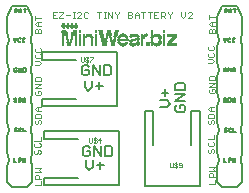
<source format=gto>
G75*
%MOIN*%
%OFA0B0*%
%FSLAX24Y24*%
%IPPOS*%
%LPD*%
%AMOC8*
5,1,8,0,0,1.08239X$1,22.5*
%
%ADD10C,0.0040*%
%ADD11C,0.0060*%
%ADD12C,0.0080*%
%ADD13C,0.0050*%
%ADD14R,0.0042X0.0007*%
%ADD15R,0.0035X0.0007*%
%ADD16R,0.0028X0.0007*%
%ADD17R,0.0099X0.0007*%
%ADD18R,0.0106X0.0007*%
%ADD19R,0.0092X0.0007*%
%ADD20R,0.0120X0.0007*%
%ADD21R,0.0113X0.0007*%
%ADD22R,0.0085X0.0007*%
%ADD23R,0.0333X0.0007*%
%ADD24R,0.0099X0.0007*%
%ADD25R,0.0106X0.0007*%
%ADD26R,0.0092X0.0007*%
%ADD27R,0.0163X0.0007*%
%ADD28R,0.0149X0.0007*%
%ADD29R,0.0092X0.0007*%
%ADD30R,0.0127X0.0007*%
%ADD31R,0.0333X0.0007*%
%ADD32R,0.0099X0.0007*%
%ADD33R,0.0106X0.0007*%
%ADD34R,0.0092X0.0007*%
%ADD35R,0.0113X0.0007*%
%ADD36R,0.0191X0.0007*%
%ADD37R,0.0177X0.0007*%
%ADD38R,0.0092X0.0007*%
%ADD39R,0.0149X0.0007*%
%ADD40R,0.0333X0.0007*%
%ADD41R,0.0120X0.0007*%
%ADD42R,0.0212X0.0007*%
%ADD43R,0.0191X0.0007*%
%ADD44R,0.0092X0.0007*%
%ADD45R,0.0177X0.0007*%
%ADD46R,0.0120X0.0007*%
%ADD47R,0.0234X0.0007*%
%ADD48R,0.0205X0.0007*%
%ADD49R,0.0099X0.0007*%
%ADD50R,0.0120X0.0007*%
%ADD51R,0.0092X0.0007*%
%ADD52R,0.0113X0.0007*%
%ADD53R,0.0120X0.0007*%
%ADD54R,0.0255X0.0007*%
%ADD55R,0.0220X0.0007*%
%ADD56R,0.0092X0.0007*%
%ADD57R,0.0106X0.0007*%
%ADD58R,0.0198X0.0007*%
%ADD59R,0.0333X0.0007*%
%ADD60R,0.0135X0.0007*%
%ADD61R,0.0127X0.0007*%
%ADD62R,0.0269X0.0007*%
%ADD63R,0.0326X0.0007*%
%ADD64R,0.0212X0.0007*%
%ADD65R,0.0135X0.0007*%
%ADD66R,0.0127X0.0007*%
%ADD67R,0.0127X0.0007*%
%ADD68R,0.0283X0.0007*%
%ADD69R,0.0333X0.0007*%
%ADD70R,0.0227X0.0007*%
%ADD71R,0.0135X0.0007*%
%ADD72R,0.0127X0.0007*%
%ADD73R,0.0290X0.0007*%
%ADD74R,0.0333X0.0007*%
%ADD75R,0.0135X0.0007*%
%ADD76R,0.0297X0.0007*%
%ADD77R,0.0340X0.0007*%
%ADD78R,0.0149X0.0007*%
%ADD79R,0.0135X0.0007*%
%ADD80R,0.0142X0.0007*%
%ADD81R,0.0312X0.0007*%
%ADD82R,0.0156X0.0007*%
%ADD83R,0.0340X0.0007*%
%ADD84R,0.0142X0.0007*%
%ADD85R,0.0120X0.0007*%
%ADD86R,0.0142X0.0007*%
%ADD87R,0.0326X0.0007*%
%ADD88R,0.0149X0.0007*%
%ADD89R,0.0142X0.0007*%
%ADD90R,0.0106X0.0007*%
%ADD91R,0.0127X0.0007*%
%ADD92R,0.0135X0.0007*%
%ADD93R,0.0113X0.0007*%
%ADD94R,0.0163X0.0007*%
%ADD95R,0.0163X0.0007*%
%ADD96R,0.0156X0.0007*%
%ADD97R,0.0113X0.0007*%
%ADD98R,0.0120X0.0007*%
%ADD99R,0.0163X0.0007*%
%ADD100R,0.0163X0.0007*%
%ADD101R,0.0085X0.0007*%
%ADD102R,0.0170X0.0007*%
%ADD103R,0.0177X0.0007*%
%ADD104R,0.0085X0.0007*%
%ADD105R,0.0078X0.0007*%
%ADD106R,0.0177X0.0007*%
%ADD107R,0.0106X0.0007*%
%ADD108R,0.0113X0.0007*%
%ADD109R,0.0085X0.0007*%
%ADD110R,0.0177X0.0007*%
%ADD111R,0.0085X0.0007*%
%ADD112R,0.0177X0.0007*%
%ADD113R,0.0177X0.0007*%
%ADD114R,0.0099X0.0007*%
%ADD115R,0.0184X0.0007*%
%ADD116R,0.0099X0.0007*%
%ADD117R,0.0368X0.0007*%
%ADD118R,0.0191X0.0007*%
%ADD119R,0.0368X0.0007*%
%ADD120R,0.0163X0.0007*%
%ADD121R,0.0184X0.0007*%
%ADD122R,0.0368X0.0007*%
%ADD123R,0.0290X0.0007*%
%ADD124R,0.0113X0.0007*%
%ADD125R,0.0085X0.0007*%
%ADD126R,0.0368X0.0007*%
%ADD127R,0.0276X0.0007*%
%ADD128R,0.0361X0.0007*%
%ADD129R,0.0255X0.0007*%
%ADD130R,0.0085X0.0007*%
%ADD131R,0.0361X0.0007*%
%ADD132R,0.0220X0.0007*%
%ADD133R,0.0361X0.0007*%
%ADD134R,0.0099X0.0007*%
%ADD135R,0.0106X0.0007*%
%ADD136R,0.0106X0.0007*%
%ADD137R,0.0120X0.0007*%
%ADD138R,0.0219X0.0007*%
%ADD139R,0.0142X0.0007*%
%ADD140R,0.0219X0.0007*%
%ADD141R,0.0312X0.0007*%
%ADD142R,0.0219X0.0007*%
%ADD143R,0.0347X0.0007*%
%ADD144R,0.0312X0.0007*%
%ADD145R,0.0304X0.0007*%
%ADD146R,0.0340X0.0007*%
%ADD147R,0.0312X0.0007*%
%ADD148R,0.0234X0.0007*%
%ADD149R,0.0297X0.0007*%
%ADD150R,0.0219X0.0007*%
%ADD151R,0.0312X0.0007*%
%ADD152R,0.0227X0.0007*%
%ADD153R,0.0283X0.0007*%
%ADD154R,0.0290X0.0007*%
%ADD155R,0.0269X0.0007*%
%ADD156R,0.0205X0.0007*%
%ADD157R,0.0184X0.0007*%
%ADD158R,0.0255X0.0007*%
%ADD159R,0.0198X0.0007*%
%ADD160R,0.0191X0.0007*%
%ADD161R,0.0184X0.0007*%
%ADD162R,0.0241X0.0007*%
%ADD163R,0.0255X0.0007*%
%ADD164R,0.0191X0.0007*%
%ADD165R,0.0198X0.0007*%
%ADD166R,0.0184X0.0007*%
%ADD167R,0.0234X0.0007*%
%ADD168R,0.0212X0.0007*%
%ADD169R,0.0184X0.0007*%
%ADD170R,0.0170X0.0007*%
%ADD171R,0.0170X0.0007*%
%ADD172R,0.0156X0.0007*%
%ADD173R,0.0035X0.0007*%
%ADD174R,0.0170X0.0007*%
%ADD175R,0.0042X0.0007*%
%ADD176R,0.0064X0.0007*%
%ADD177R,0.0028X0.0007*%
%ADD178R,0.0035X0.0007*%
%ADD179R,0.0156X0.0007*%
%ADD180R,0.0177X0.0007*%
%ADD181R,0.0170X0.0007*%
%ADD182R,0.0028X0.0007*%
%ADD183R,0.0028X0.0007*%
%ADD184R,0.0057X0.0007*%
%ADD185R,0.0057X0.0007*%
%ADD186R,0.0042X0.0007*%
%ADD187R,0.0043X0.0007*%
%ADD188R,0.0050X0.0007*%
%ADD189R,0.0050X0.0007*%
%ADD190R,0.0043X0.0007*%
%ADD191R,0.0043X0.0007*%
%ADD192R,0.0035X0.0007*%
%ADD193R,0.0035X0.0007*%
%ADD194R,0.0078X0.0007*%
%ADD195R,0.0064X0.0007*%
%ADD196C,0.0010*%
D10*
X002266Y000661D02*
X002467Y000661D01*
X002467Y000795D01*
X002467Y000882D02*
X002266Y000882D01*
X002266Y000982D01*
X002300Y001016D01*
X002366Y001016D01*
X002400Y000982D01*
X002400Y000882D01*
X002467Y001103D02*
X002266Y001103D01*
X002400Y001170D02*
X002467Y001237D01*
X002266Y001237D01*
X002400Y001170D02*
X002467Y001103D01*
X002429Y001716D02*
X002463Y001750D01*
X002463Y001817D01*
X002429Y001850D01*
X002396Y001850D01*
X002363Y001817D01*
X002363Y001750D01*
X002329Y001716D01*
X002296Y001716D01*
X002262Y001750D01*
X002262Y001817D01*
X002296Y001850D01*
X002296Y001937D02*
X002429Y001937D01*
X002463Y001971D01*
X002463Y002038D01*
X002429Y002071D01*
X002463Y002158D02*
X002262Y002158D01*
X002296Y002071D02*
X002262Y002038D01*
X002262Y001971D01*
X002296Y001937D01*
X002463Y002158D02*
X002463Y002292D01*
X002437Y002697D02*
X002470Y002730D01*
X002470Y002797D01*
X002437Y002830D01*
X002404Y002830D01*
X002370Y002797D01*
X002370Y002730D01*
X002337Y002697D01*
X002304Y002697D01*
X002270Y002730D01*
X002270Y002797D01*
X002304Y002830D01*
X002270Y002918D02*
X002270Y003018D01*
X002304Y003051D01*
X002437Y003051D01*
X002470Y003018D01*
X002470Y002918D01*
X002270Y002918D01*
X002337Y003139D02*
X002270Y003205D01*
X002337Y003272D01*
X002470Y003272D01*
X002370Y003272D02*
X002370Y003139D01*
X002337Y003139D02*
X002470Y003139D01*
X002445Y003685D02*
X002312Y003685D01*
X002278Y003718D01*
X002278Y003785D01*
X002312Y003818D01*
X002378Y003818D02*
X002378Y003752D01*
X002378Y003818D02*
X002445Y003818D01*
X002478Y003785D01*
X002478Y003718D01*
X002445Y003685D01*
X002478Y003906D02*
X002278Y003906D01*
X002478Y004039D01*
X002278Y004039D01*
X002278Y004127D02*
X002278Y004227D01*
X002312Y004260D01*
X002445Y004260D01*
X002478Y004227D01*
X002478Y004127D01*
X002278Y004127D01*
X002282Y004677D02*
X002416Y004677D01*
X002482Y004744D01*
X002416Y004811D01*
X002282Y004811D01*
X002315Y004898D02*
X002449Y004898D01*
X002482Y004931D01*
X002482Y004998D01*
X002449Y005032D01*
X002449Y005119D02*
X002315Y005119D01*
X002282Y005152D01*
X002282Y005219D01*
X002315Y005253D01*
X002449Y005253D02*
X002482Y005219D01*
X002482Y005152D01*
X002449Y005119D01*
X002315Y005032D02*
X002282Y004998D01*
X002282Y004931D01*
X002315Y004898D01*
X002286Y005746D02*
X002286Y005846D01*
X002319Y005879D01*
X002353Y005879D01*
X002386Y005846D01*
X002386Y005746D01*
X002486Y005746D02*
X002286Y005746D01*
X002386Y005846D02*
X002419Y005879D01*
X002453Y005879D01*
X002486Y005846D01*
X002486Y005746D01*
X002486Y005967D02*
X002353Y005967D01*
X002286Y006034D01*
X002353Y006100D01*
X002486Y006100D01*
X002386Y006100D02*
X002386Y005967D01*
X002286Y006188D02*
X002286Y006321D01*
X002286Y006255D02*
X002486Y006255D01*
X002872Y006235D02*
X002872Y006435D01*
X003005Y006435D01*
X003093Y006435D02*
X003226Y006435D01*
X003226Y006402D01*
X003093Y006268D01*
X003093Y006235D01*
X003226Y006235D01*
X003314Y006335D02*
X003447Y006335D01*
X003535Y006235D02*
X003602Y006235D01*
X003568Y006235D02*
X003568Y006435D01*
X003535Y006435D02*
X003602Y006435D01*
X003682Y006402D02*
X003715Y006435D01*
X003782Y006435D01*
X003816Y006402D01*
X003816Y006368D01*
X003682Y006235D01*
X003816Y006235D01*
X003903Y006268D02*
X003936Y006235D01*
X004003Y006235D01*
X004037Y006268D01*
X003903Y006268D02*
X003903Y006402D01*
X003936Y006435D01*
X004003Y006435D01*
X004037Y006402D01*
X004345Y006435D02*
X004479Y006435D01*
X004412Y006435D02*
X004412Y006235D01*
X004566Y006235D02*
X004633Y006235D01*
X004599Y006235D02*
X004599Y006435D01*
X004566Y006435D02*
X004633Y006435D01*
X004713Y006435D02*
X004847Y006235D01*
X004847Y006435D01*
X004934Y006435D02*
X004934Y006402D01*
X005001Y006335D01*
X005001Y006235D01*
X005001Y006335D02*
X005068Y006402D01*
X005068Y006435D01*
X005376Y006435D02*
X005376Y006235D01*
X005476Y006235D01*
X005510Y006268D01*
X005510Y006302D01*
X005476Y006335D01*
X005376Y006335D01*
X005476Y006335D02*
X005510Y006368D01*
X005510Y006402D01*
X005476Y006435D01*
X005376Y006435D01*
X005597Y006368D02*
X005664Y006435D01*
X005731Y006368D01*
X005731Y006235D01*
X005731Y006335D02*
X005597Y006335D01*
X005597Y006368D02*
X005597Y006235D01*
X005885Y006235D02*
X005885Y006435D01*
X005818Y006435D02*
X005952Y006435D01*
X006039Y006435D02*
X006173Y006435D01*
X006106Y006435D02*
X006106Y006235D01*
X006260Y006235D02*
X006394Y006235D01*
X006481Y006235D02*
X006481Y006435D01*
X006581Y006435D01*
X006615Y006402D01*
X006615Y006335D01*
X006581Y006302D01*
X006481Y006302D01*
X006548Y006302D02*
X006615Y006235D01*
X006769Y006235D02*
X006769Y006335D01*
X006836Y006402D01*
X006836Y006435D01*
X006769Y006335D02*
X006702Y006402D01*
X006702Y006435D01*
X006394Y006435D02*
X006260Y006435D01*
X006260Y006235D01*
X006260Y006335D02*
X006327Y006335D01*
X007144Y006302D02*
X007211Y006235D01*
X007278Y006302D01*
X007278Y006435D01*
X007365Y006402D02*
X007399Y006435D01*
X007465Y006435D01*
X007499Y006402D01*
X007499Y006368D01*
X007365Y006235D01*
X007499Y006235D01*
X007144Y006302D02*
X007144Y006435D01*
X008073Y006327D02*
X008073Y006194D01*
X008073Y006261D02*
X008274Y006261D01*
X008274Y006106D02*
X008140Y006106D01*
X008073Y006040D01*
X008140Y005973D01*
X008274Y005973D01*
X008174Y005973D02*
X008174Y006106D01*
X008207Y005885D02*
X008240Y005885D01*
X008274Y005852D01*
X008274Y005752D01*
X008073Y005752D01*
X008073Y005852D01*
X008107Y005885D01*
X008140Y005885D01*
X008174Y005852D01*
X008174Y005752D01*
X008174Y005852D02*
X008207Y005885D01*
X008217Y005308D02*
X008250Y005274D01*
X008250Y005208D01*
X008217Y005174D01*
X008083Y005174D01*
X008050Y005208D01*
X008050Y005274D01*
X008083Y005308D01*
X008083Y005087D02*
X008050Y005053D01*
X008050Y004987D01*
X008083Y004953D01*
X008217Y004953D01*
X008250Y004987D01*
X008250Y005053D01*
X008217Y005087D01*
X008183Y004866D02*
X008050Y004866D01*
X008183Y004866D02*
X008250Y004799D01*
X008183Y004732D01*
X008050Y004732D01*
X008099Y004308D02*
X008066Y004274D01*
X008066Y004174D01*
X008266Y004174D01*
X008266Y004274D01*
X008232Y004308D01*
X008099Y004308D01*
X008066Y004087D02*
X008266Y004087D01*
X008066Y003953D01*
X008266Y003953D01*
X008232Y003866D02*
X008166Y003866D01*
X008166Y003799D01*
X008232Y003866D02*
X008266Y003832D01*
X008266Y003766D01*
X008232Y003732D01*
X008099Y003732D01*
X008066Y003766D01*
X008066Y003832D01*
X008099Y003866D01*
X008113Y003280D02*
X008246Y003280D01*
X008146Y003280D02*
X008146Y003147D01*
X008113Y003147D02*
X008046Y003213D01*
X008113Y003280D01*
X008113Y003147D02*
X008246Y003147D01*
X008213Y003059D02*
X008079Y003059D01*
X008046Y003026D01*
X008046Y002926D01*
X008246Y002926D01*
X008246Y003026D01*
X008213Y003059D01*
X008213Y002838D02*
X008246Y002805D01*
X008246Y002738D01*
X008213Y002705D01*
X008146Y002738D02*
X008146Y002805D01*
X008179Y002838D01*
X008213Y002838D01*
X008146Y002738D02*
X008113Y002705D01*
X008079Y002705D01*
X008046Y002738D01*
X008046Y002805D01*
X008079Y002838D01*
X008262Y002331D02*
X008262Y002198D01*
X008062Y002198D01*
X008095Y002110D02*
X008062Y002077D01*
X008062Y002010D01*
X008095Y001977D01*
X008228Y001977D01*
X008262Y002010D01*
X008262Y002077D01*
X008228Y002110D01*
X008228Y001889D02*
X008262Y001856D01*
X008262Y001789D01*
X008228Y001756D01*
X008162Y001789D02*
X008162Y001856D01*
X008195Y001889D01*
X008228Y001889D01*
X008095Y001889D02*
X008062Y001856D01*
X008062Y001789D01*
X008095Y001756D01*
X008128Y001756D01*
X008162Y001789D01*
X008066Y001292D02*
X008266Y001292D01*
X008199Y001225D01*
X008266Y001158D01*
X008066Y001158D01*
X008099Y001071D02*
X008166Y001071D01*
X008199Y001038D01*
X008199Y000937D01*
X008266Y000937D02*
X008066Y000937D01*
X008066Y001038D01*
X008099Y001071D01*
X008266Y000850D02*
X008266Y000716D01*
X008066Y000716D01*
X004713Y006235D02*
X004713Y006435D01*
X003005Y006235D02*
X002872Y006235D01*
X002872Y006335D02*
X002939Y006335D01*
D11*
X003905Y004671D02*
X003848Y004614D01*
X003848Y004387D01*
X003905Y004330D01*
X004018Y004330D01*
X004075Y004387D01*
X004075Y004501D01*
X003961Y004501D01*
X004075Y004614D02*
X004018Y004671D01*
X003905Y004671D01*
X004216Y004671D02*
X004443Y004330D01*
X004443Y004671D01*
X004585Y004671D02*
X004755Y004671D01*
X004811Y004614D01*
X004811Y004387D01*
X004755Y004330D01*
X004585Y004330D01*
X004585Y004671D01*
X004216Y004671D02*
X004216Y004330D01*
X004165Y004159D02*
X004165Y003932D01*
X004051Y003819D01*
X003938Y003932D01*
X003938Y004159D01*
X004306Y003989D02*
X004533Y003989D01*
X004419Y004102D02*
X004419Y003875D01*
X006440Y003503D02*
X006667Y003503D01*
X006781Y003390D01*
X006667Y003276D01*
X006440Y003276D01*
X006952Y003290D02*
X006952Y003176D01*
X007009Y003120D01*
X007236Y003120D01*
X007292Y003176D01*
X007292Y003290D01*
X007236Y003347D01*
X007122Y003347D01*
X007122Y003233D01*
X007009Y003347D02*
X006952Y003290D01*
X006952Y003488D02*
X007292Y003715D01*
X006952Y003715D01*
X006952Y003856D02*
X006952Y004026D01*
X007009Y004083D01*
X007236Y004083D01*
X007292Y004026D01*
X007292Y003856D01*
X006952Y003856D01*
X006724Y003758D02*
X006497Y003758D01*
X006610Y003645D02*
X006610Y003871D01*
X006952Y003488D02*
X007292Y003488D01*
X004855Y001917D02*
X004798Y001974D01*
X004628Y001974D01*
X004628Y001634D01*
X004798Y001634D01*
X004855Y001690D01*
X004855Y001917D01*
X004486Y001974D02*
X004486Y001634D01*
X004260Y001974D01*
X004260Y001634D01*
X004118Y001690D02*
X004118Y001804D01*
X004005Y001804D01*
X003891Y001917D02*
X003891Y001690D01*
X003948Y001634D01*
X004061Y001634D01*
X004118Y001690D01*
X004200Y001509D02*
X004200Y001282D01*
X004087Y001169D01*
X003973Y001282D01*
X003973Y001509D01*
X004341Y001339D02*
X004568Y001339D01*
X004455Y001226D02*
X004455Y001453D01*
X004118Y001917D02*
X004061Y001974D01*
X003948Y001974D01*
X003891Y001917D01*
D12*
X001522Y000603D02*
X001351Y000774D01*
X001351Y001274D01*
X001404Y001524D01*
X001351Y001774D01*
X001351Y002274D01*
X001404Y002524D01*
X001351Y002774D01*
X001351Y003274D01*
X001404Y003524D01*
X001351Y003774D01*
X001351Y004274D01*
X001404Y004524D01*
X001351Y004774D01*
X001351Y005274D01*
X001404Y005524D01*
X001351Y005774D01*
X001351Y006274D01*
X001522Y006642D01*
X002022Y006642D01*
X002193Y006274D01*
X002193Y005774D01*
X002140Y005524D01*
X002193Y005274D01*
X002193Y004774D01*
X002140Y004524D01*
X002193Y004274D01*
X002193Y003774D01*
X002140Y003524D01*
X002193Y003274D01*
X002193Y002774D01*
X002140Y002524D01*
X002193Y002274D01*
X002193Y001774D01*
X002140Y001524D01*
X002193Y001274D01*
X002193Y000774D01*
X002022Y000603D01*
X001522Y000603D01*
X002575Y000662D02*
X002575Y000918D01*
X003697Y000918D01*
X002575Y000662D02*
X005075Y000662D01*
X005075Y002493D01*
X002575Y002493D01*
X002575Y002197D01*
X003697Y002197D01*
X002512Y003296D02*
X002512Y003552D01*
X003634Y003552D01*
X002512Y003296D02*
X005012Y003296D01*
X005012Y005126D01*
X002512Y005126D01*
X002512Y004831D01*
X003634Y004831D01*
X005941Y003138D02*
X006197Y003138D01*
X006197Y002016D01*
X007477Y002016D02*
X007477Y003138D01*
X007772Y003138D01*
X007772Y000638D01*
X005941Y000638D01*
X005941Y003138D01*
X008351Y003274D02*
X008351Y002774D01*
X008404Y002524D01*
X008351Y002274D01*
X008351Y001774D01*
X008404Y001524D01*
X008351Y001274D01*
X008351Y000774D01*
X008522Y000603D01*
X009022Y000603D01*
X009193Y000774D01*
X009193Y001274D01*
X009140Y001524D01*
X009193Y001774D01*
X009193Y002274D01*
X009140Y002524D01*
X009193Y002774D01*
X009193Y003274D01*
X009140Y003524D01*
X009193Y003774D01*
X009193Y004274D01*
X009140Y004524D01*
X009193Y004774D01*
X009193Y005274D01*
X009140Y005524D01*
X009193Y005774D01*
X009193Y006274D01*
X009022Y006642D01*
X008522Y006642D01*
X008351Y006274D01*
X008351Y005774D01*
X008404Y005524D01*
X008351Y005274D01*
X008351Y004774D01*
X008404Y004524D01*
X008351Y004274D01*
X008351Y003774D01*
X008404Y003524D01*
X008351Y003274D01*
D13*
X008576Y003476D02*
X008594Y003457D01*
X008631Y003457D01*
X008649Y003476D01*
X008649Y003494D01*
X008631Y003512D01*
X008594Y003512D01*
X008576Y003531D01*
X008576Y003549D01*
X008594Y003567D01*
X008631Y003567D01*
X008649Y003549D01*
X008723Y003567D02*
X008723Y003457D01*
X008778Y003457D01*
X008797Y003476D01*
X008797Y003549D01*
X008778Y003567D01*
X008723Y003567D01*
X008871Y003531D02*
X008907Y003567D01*
X008944Y003531D01*
X008944Y003457D01*
X008944Y003512D02*
X008871Y003512D01*
X008871Y003531D02*
X008871Y003457D01*
X008894Y002563D02*
X008894Y002453D01*
X008968Y002453D01*
X008820Y002472D02*
X008802Y002453D01*
X008765Y002453D01*
X008747Y002472D01*
X008747Y002545D01*
X008765Y002563D01*
X008802Y002563D01*
X008820Y002545D01*
X008673Y002545D02*
X008655Y002563D01*
X008618Y002563D01*
X008600Y002545D01*
X008600Y002527D01*
X008618Y002508D01*
X008655Y002508D01*
X008673Y002490D01*
X008673Y002472D01*
X008655Y002453D01*
X008618Y002453D01*
X008600Y002472D01*
X008588Y001567D02*
X008588Y001457D01*
X008661Y001457D01*
X008735Y001457D02*
X008735Y001567D01*
X008790Y001567D01*
X008809Y001549D01*
X008809Y001512D01*
X008790Y001494D01*
X008735Y001494D01*
X008883Y001457D02*
X008883Y001567D01*
X008956Y001567D02*
X008956Y001457D01*
X008919Y001494D01*
X008883Y001457D01*
X008875Y004461D02*
X008930Y004461D01*
X008948Y004479D01*
X008948Y004553D01*
X008930Y004571D01*
X008875Y004571D01*
X008875Y004461D01*
X008801Y004461D02*
X008801Y004571D01*
X008727Y004571D02*
X008801Y004461D01*
X008727Y004461D02*
X008727Y004571D01*
X008653Y004553D02*
X008635Y004571D01*
X008598Y004571D01*
X008580Y004553D01*
X008580Y004479D01*
X008598Y004461D01*
X008635Y004461D01*
X008653Y004479D01*
X008653Y004516D01*
X008617Y004516D01*
X008609Y005457D02*
X008572Y005494D01*
X008572Y005567D01*
X008646Y005567D02*
X008646Y005494D01*
X008609Y005457D01*
X008719Y005476D02*
X008719Y005549D01*
X008738Y005567D01*
X008774Y005567D01*
X008793Y005549D01*
X008793Y005476D02*
X008774Y005457D01*
X008738Y005457D01*
X008719Y005476D01*
X008867Y005476D02*
X008867Y005549D01*
X008885Y005567D01*
X008922Y005567D01*
X008940Y005549D01*
X008940Y005476D02*
X008922Y005457D01*
X008885Y005457D01*
X008867Y005476D01*
X008820Y006441D02*
X008820Y006515D01*
X008784Y006552D01*
X008747Y006515D01*
X008747Y006441D01*
X008747Y006497D02*
X008820Y006497D01*
X008894Y006552D02*
X008968Y006552D01*
X008931Y006552D02*
X008931Y006441D01*
X008673Y006460D02*
X008655Y006441D01*
X008600Y006441D01*
X008600Y006552D01*
X008655Y006552D01*
X008673Y006533D01*
X008673Y006515D01*
X008655Y006497D01*
X008600Y006497D01*
X008655Y006497D02*
X008673Y006478D01*
X008673Y006460D01*
X001974Y006552D02*
X001900Y006552D01*
X001937Y006552D02*
X001937Y006441D01*
X001826Y006441D02*
X001826Y006515D01*
X001790Y006552D01*
X001753Y006515D01*
X001753Y006441D01*
X001753Y006497D02*
X001826Y006497D01*
X001679Y006515D02*
X001661Y006497D01*
X001606Y006497D01*
X001606Y006552D02*
X001661Y006552D01*
X001679Y006533D01*
X001679Y006515D01*
X001661Y006497D02*
X001679Y006478D01*
X001679Y006460D01*
X001661Y006441D01*
X001606Y006441D01*
X001606Y006552D01*
X001576Y005567D02*
X001576Y005494D01*
X001613Y005457D01*
X001649Y005494D01*
X001649Y005567D01*
X001723Y005549D02*
X001723Y005476D01*
X001742Y005457D01*
X001778Y005457D01*
X001797Y005476D01*
X001797Y005549D02*
X001778Y005567D01*
X001742Y005567D01*
X001723Y005549D01*
X001871Y005549D02*
X001871Y005476D01*
X001889Y005457D01*
X001926Y005457D01*
X001944Y005476D01*
X001944Y005549D02*
X001926Y005567D01*
X001889Y005567D01*
X001871Y005549D01*
X001890Y004563D02*
X001945Y004563D01*
X001964Y004545D01*
X001964Y004472D01*
X001945Y004453D01*
X001890Y004453D01*
X001890Y004563D01*
X001816Y004563D02*
X001816Y004453D01*
X001743Y004563D01*
X001743Y004453D01*
X001669Y004472D02*
X001669Y004508D01*
X001632Y004508D01*
X001596Y004472D02*
X001614Y004453D01*
X001651Y004453D01*
X001669Y004472D01*
X001669Y004545D02*
X001651Y004563D01*
X001614Y004563D01*
X001596Y004545D01*
X001596Y004472D01*
X001602Y003567D02*
X001584Y003549D01*
X001584Y003531D01*
X001602Y003512D01*
X001639Y003512D01*
X001657Y003494D01*
X001657Y003476D01*
X001639Y003457D01*
X001602Y003457D01*
X001584Y003476D01*
X001602Y003567D02*
X001639Y003567D01*
X001657Y003549D01*
X001731Y003567D02*
X001731Y003457D01*
X001786Y003457D01*
X001805Y003476D01*
X001805Y003549D01*
X001786Y003567D01*
X001731Y003567D01*
X001879Y003531D02*
X001915Y003567D01*
X001952Y003531D01*
X001952Y003457D01*
X001952Y003512D02*
X001879Y003512D01*
X001879Y003531D02*
X001879Y003457D01*
X001894Y002571D02*
X001894Y002461D01*
X001968Y002461D01*
X001820Y002479D02*
X001802Y002461D01*
X001765Y002461D01*
X001747Y002479D01*
X001747Y002553D01*
X001765Y002571D01*
X001802Y002571D01*
X001820Y002553D01*
X001673Y002553D02*
X001655Y002571D01*
X001618Y002571D01*
X001600Y002553D01*
X001600Y002535D01*
X001618Y002516D01*
X001655Y002516D01*
X001673Y002498D01*
X001673Y002479D01*
X001655Y002461D01*
X001618Y002461D01*
X001600Y002479D01*
X001588Y001563D02*
X001588Y001453D01*
X001661Y001453D01*
X001735Y001453D02*
X001735Y001563D01*
X001790Y001563D01*
X001809Y001545D01*
X001809Y001508D01*
X001790Y001490D01*
X001735Y001490D01*
X001883Y001453D02*
X001883Y001563D01*
X001956Y001563D02*
X001956Y001453D01*
X001919Y001490D01*
X001883Y001453D01*
D14*
X005216Y005292D03*
X003679Y005943D03*
X003665Y005986D03*
X003594Y005943D03*
X003594Y005936D03*
X003545Y005943D03*
X003530Y005986D03*
X003460Y005943D03*
X003460Y005936D03*
X003410Y005943D03*
X003396Y005986D03*
X003368Y005886D03*
X003233Y005886D03*
X003190Y005936D03*
X003190Y005943D03*
X003261Y005986D03*
X003502Y005886D03*
X003637Y005886D03*
D15*
X003229Y006035D03*
X005545Y005292D03*
D16*
X006016Y005695D03*
X006342Y005292D03*
D17*
X006342Y005299D03*
X006455Y005447D03*
X006455Y005462D03*
X006455Y005497D03*
X006455Y005511D03*
X006448Y005561D03*
X006596Y005561D03*
X006596Y005547D03*
X006596Y005511D03*
X006596Y005497D03*
X006596Y005462D03*
X006596Y005447D03*
X006596Y005412D03*
X006596Y005398D03*
X006596Y005370D03*
X006596Y005348D03*
X006596Y005320D03*
X006596Y005299D03*
X006596Y005589D03*
X006596Y005610D03*
X006596Y005639D03*
X006596Y005660D03*
X006596Y005738D03*
X006596Y005766D03*
X006596Y005787D03*
X006596Y005816D03*
X006186Y005547D03*
X005860Y005511D03*
X005860Y005497D03*
X005860Y005462D03*
X005860Y005447D03*
X005860Y005412D03*
X005860Y005398D03*
X005860Y005370D03*
X005860Y005348D03*
X005860Y005320D03*
X005860Y005299D03*
X005711Y005447D03*
X005711Y005462D03*
X005711Y005561D03*
X005711Y005589D03*
X005485Y005589D03*
X005336Y005547D03*
X005322Y005589D03*
X005478Y005447D03*
X005336Y005412D03*
X005329Y005398D03*
X005088Y005412D03*
X005081Y005547D03*
X005081Y005561D03*
X004954Y005589D03*
X004947Y005561D03*
X004939Y005547D03*
X004932Y005511D03*
X004925Y005497D03*
X004805Y005547D03*
X004791Y005610D03*
X004543Y005497D03*
X004600Y005299D03*
X004869Y005299D03*
X004175Y005299D03*
X004175Y005320D03*
X004175Y005348D03*
X004175Y005370D03*
X004175Y005398D03*
X004175Y005412D03*
X004175Y005447D03*
X004175Y005462D03*
X004175Y005497D03*
X004175Y005511D03*
X004175Y005547D03*
X004175Y005561D03*
X003927Y005561D03*
X003927Y005547D03*
X003778Y005547D03*
X003778Y005561D03*
X003778Y005589D03*
X003778Y005610D03*
X003778Y005639D03*
X003778Y005660D03*
X003778Y005738D03*
X003778Y005766D03*
X003778Y005787D03*
X003778Y005816D03*
X003630Y005639D03*
X003630Y005610D03*
X003630Y005589D03*
X003630Y005561D03*
X003630Y005547D03*
X003630Y005511D03*
X003630Y005497D03*
X003630Y005462D03*
X003630Y005447D03*
X003630Y005412D03*
X003630Y005398D03*
X003630Y005370D03*
X003630Y005348D03*
X003630Y005320D03*
X003630Y005299D03*
X003778Y005299D03*
X003778Y005320D03*
X003778Y005348D03*
X003778Y005370D03*
X003778Y005398D03*
X003778Y005412D03*
X003778Y005447D03*
X003778Y005462D03*
X003778Y005497D03*
X003778Y005511D03*
X003226Y005511D03*
X003226Y005497D03*
X003226Y005462D03*
X003226Y005447D03*
X003226Y005412D03*
X003226Y005398D03*
X003226Y005370D03*
X003226Y005348D03*
X003226Y005320D03*
X003226Y005299D03*
X003226Y005547D03*
X003226Y005561D03*
X003226Y005589D03*
X003226Y005610D03*
X003226Y005639D03*
D18*
X003428Y005299D03*
X004164Y005589D03*
X004497Y005660D03*
X004504Y005639D03*
X004511Y005610D03*
X004518Y005589D03*
X004525Y005561D03*
X004539Y005511D03*
X004490Y005688D03*
X004957Y005610D03*
X004964Y005639D03*
X004971Y005660D03*
X004993Y005738D03*
X005000Y005766D03*
X005007Y005787D03*
X005014Y005816D03*
X005092Y005589D03*
X005092Y005398D03*
X005708Y005412D03*
X005708Y005547D03*
X005977Y005660D03*
X006189Y005561D03*
X006189Y005412D03*
X006041Y005398D03*
X006041Y005370D03*
X006041Y005348D03*
X006041Y005320D03*
X006041Y005299D03*
X006444Y005412D03*
D19*
X006182Y005447D03*
X006182Y005462D03*
X006182Y005497D03*
X006182Y005511D03*
X006182Y005639D03*
X006182Y005660D03*
X006182Y005688D03*
X006182Y005738D03*
X006182Y005766D03*
X006182Y005787D03*
X006182Y005816D03*
X005856Y005660D03*
X005856Y005639D03*
X005474Y005561D03*
X005332Y005561D03*
X005078Y005447D03*
X004816Y005497D03*
X004816Y005511D03*
X004801Y005561D03*
X004794Y005589D03*
X004674Y005589D03*
X004667Y005561D03*
X004653Y005497D03*
X004320Y005497D03*
X004320Y005511D03*
X004320Y005547D03*
X004320Y005561D03*
X004320Y005589D03*
X004320Y005610D03*
X004320Y005639D03*
X004320Y005660D03*
X004320Y005738D03*
X004320Y005766D03*
X004320Y005787D03*
X004320Y005816D03*
X003923Y005660D03*
X003923Y005639D03*
X003923Y005511D03*
X003923Y005497D03*
X003923Y005462D03*
X003923Y005447D03*
X003923Y005412D03*
X003923Y005398D03*
X003923Y005370D03*
X003923Y005348D03*
X003923Y005320D03*
X003923Y005299D03*
X004320Y005299D03*
X004320Y005320D03*
X004320Y005348D03*
X004320Y005370D03*
X004320Y005398D03*
X004320Y005412D03*
X004320Y005447D03*
X004320Y005462D03*
X003633Y005915D03*
X003364Y005915D03*
X003229Y005915D03*
X003329Y005639D03*
X003336Y005610D03*
X003343Y005589D03*
X003364Y005511D03*
X003364Y005497D03*
X003378Y005447D03*
X003491Y005497D03*
X003520Y005610D03*
X003527Y005639D03*
X006182Y005348D03*
X006182Y005320D03*
X006182Y005299D03*
D20*
X006196Y005398D03*
X006196Y005589D03*
X005970Y005639D03*
X005212Y005688D03*
X005113Y005610D03*
X005212Y005299D03*
X006897Y005547D03*
D21*
X006866Y005511D03*
X006809Y005447D03*
X006766Y005398D03*
X006434Y005398D03*
X006434Y005589D03*
X005704Y005398D03*
X005541Y005299D03*
X005478Y005370D03*
X005492Y005462D03*
X005499Y005610D03*
X004869Y005320D03*
X004600Y005320D03*
X004472Y005766D03*
X004465Y005787D03*
X004458Y005816D03*
X003934Y005589D03*
D22*
X003502Y005547D03*
X003495Y005511D03*
X003353Y005547D03*
X005718Y005299D03*
D23*
X006848Y005299D03*
X006848Y005320D03*
X006848Y005348D03*
X006848Y005370D03*
D24*
X006596Y005355D03*
X006596Y005306D03*
X006596Y005405D03*
X006596Y005455D03*
X006596Y005504D03*
X006596Y005554D03*
X006596Y005603D03*
X006596Y005653D03*
X006448Y005554D03*
X006455Y005504D03*
X006455Y005455D03*
X006186Y005554D03*
X005860Y005504D03*
X005860Y005455D03*
X005860Y005405D03*
X005860Y005355D03*
X005860Y005306D03*
X005711Y005455D03*
X005711Y005554D03*
X005492Y005603D03*
X005336Y005554D03*
X005329Y005405D03*
X005088Y005405D03*
X005081Y005554D03*
X004968Y005653D03*
X004954Y005603D03*
X004939Y005554D03*
X004869Y005306D03*
X004600Y005306D03*
X004543Y005504D03*
X004529Y005554D03*
X004515Y005603D03*
X004175Y005554D03*
X004175Y005504D03*
X004175Y005455D03*
X004175Y005405D03*
X004175Y005355D03*
X004175Y005306D03*
X003927Y005554D03*
X003778Y005554D03*
X003778Y005603D03*
X003778Y005653D03*
X003630Y005603D03*
X003630Y005554D03*
X003630Y005504D03*
X003630Y005455D03*
X003630Y005405D03*
X003630Y005355D03*
X003630Y005306D03*
X003778Y005306D03*
X003778Y005355D03*
X003778Y005405D03*
X003778Y005455D03*
X003778Y005504D03*
X003778Y005773D03*
X003778Y005823D03*
X003226Y005603D03*
X003226Y005554D03*
X003226Y005504D03*
X003226Y005455D03*
X003226Y005405D03*
X003226Y005355D03*
X003226Y005306D03*
X006596Y005773D03*
X006596Y005823D03*
D25*
X006437Y005405D03*
X006041Y005355D03*
X006041Y005306D03*
X005708Y005405D03*
X005481Y005455D03*
X005311Y005603D03*
X005000Y005773D03*
X004504Y005653D03*
X004469Y005773D03*
X003428Y005306D03*
X005701Y005603D03*
D26*
X005856Y005653D03*
X006182Y005653D03*
X006182Y005773D03*
X006182Y005823D03*
X006182Y005504D03*
X006182Y005455D03*
X006182Y005306D03*
X004816Y005504D03*
X004801Y005554D03*
X004794Y005603D03*
X004667Y005554D03*
X004320Y005554D03*
X004320Y005603D03*
X004320Y005653D03*
X004320Y005773D03*
X004320Y005823D03*
X003923Y005653D03*
X003923Y005504D03*
X003923Y005455D03*
X003923Y005405D03*
X003923Y005355D03*
X003923Y005306D03*
X003506Y005554D03*
X003520Y005603D03*
X003336Y005603D03*
X003364Y005504D03*
X003378Y005455D03*
X004320Y005455D03*
X004320Y005504D03*
X004320Y005405D03*
X004320Y005355D03*
X004320Y005306D03*
D27*
X003598Y005773D03*
X005212Y005306D03*
D28*
X005545Y005306D03*
D29*
X005467Y005405D03*
X005715Y005306D03*
X004929Y005504D03*
X003350Y005554D03*
D30*
X004734Y005773D03*
X004869Y005355D03*
X006342Y005306D03*
D31*
X006303Y005355D03*
X006848Y005355D03*
X006848Y005306D03*
D32*
X006596Y005313D03*
X006596Y005327D03*
X006596Y005341D03*
X006596Y005362D03*
X006596Y005377D03*
X006596Y005391D03*
X006596Y005419D03*
X006596Y005426D03*
X006596Y005440D03*
X006596Y005469D03*
X006596Y005483D03*
X006596Y005490D03*
X006596Y005518D03*
X006596Y005532D03*
X006596Y005540D03*
X006596Y005568D03*
X006596Y005582D03*
X006596Y005596D03*
X006596Y005617D03*
X006596Y005632D03*
X006596Y005646D03*
X006596Y005667D03*
X006596Y005681D03*
X006596Y005731D03*
X006596Y005745D03*
X006596Y005759D03*
X006596Y005780D03*
X006596Y005794D03*
X006596Y005809D03*
X006455Y005540D03*
X006455Y005532D03*
X006455Y005518D03*
X006455Y005490D03*
X006455Y005483D03*
X006455Y005469D03*
X006448Y005426D03*
X006186Y005426D03*
X006186Y005440D03*
X006186Y005540D03*
X005980Y005667D03*
X005860Y005540D03*
X005860Y005532D03*
X005860Y005518D03*
X005860Y005490D03*
X005860Y005483D03*
X005860Y005469D03*
X005860Y005440D03*
X005860Y005426D03*
X005860Y005419D03*
X005860Y005391D03*
X005860Y005377D03*
X005860Y005362D03*
X005860Y005341D03*
X005860Y005327D03*
X005860Y005313D03*
X005711Y005419D03*
X005711Y005426D03*
X005711Y005440D03*
X005711Y005469D03*
X005711Y005568D03*
X005711Y005582D03*
X005704Y005596D03*
X005485Y005596D03*
X005336Y005540D03*
X005471Y005426D03*
X005471Y005391D03*
X005081Y005419D03*
X005081Y005426D03*
X005081Y005568D03*
X004968Y005646D03*
X004961Y005632D03*
X004961Y005617D03*
X004954Y005596D03*
X004947Y005582D03*
X004947Y005568D03*
X004939Y005540D03*
X004932Y005518D03*
X004925Y005490D03*
X004819Y005490D03*
X004812Y005518D03*
X004975Y005681D03*
X004982Y005709D03*
X004989Y005731D03*
X004996Y005759D03*
X005003Y005780D03*
X005010Y005809D03*
X004522Y005582D03*
X004536Y005532D03*
X004550Y005483D03*
X004508Y005632D03*
X004175Y005540D03*
X004175Y005532D03*
X004175Y005518D03*
X004175Y005490D03*
X004175Y005483D03*
X004175Y005469D03*
X004175Y005440D03*
X004175Y005426D03*
X004175Y005419D03*
X004175Y005391D03*
X004175Y005377D03*
X004175Y005362D03*
X004175Y005341D03*
X004175Y005327D03*
X004175Y005313D03*
X003927Y005540D03*
X003778Y005540D03*
X003778Y005532D03*
X003778Y005518D03*
X003778Y005490D03*
X003778Y005483D03*
X003778Y005469D03*
X003778Y005440D03*
X003778Y005426D03*
X003778Y005419D03*
X003778Y005391D03*
X003778Y005377D03*
X003778Y005362D03*
X003778Y005341D03*
X003778Y005327D03*
X003778Y005313D03*
X003630Y005313D03*
X003630Y005327D03*
X003630Y005341D03*
X003630Y005362D03*
X003630Y005377D03*
X003630Y005391D03*
X003630Y005419D03*
X003630Y005426D03*
X003630Y005440D03*
X003630Y005469D03*
X003630Y005483D03*
X003630Y005490D03*
X003630Y005518D03*
X003630Y005532D03*
X003630Y005540D03*
X003630Y005568D03*
X003630Y005582D03*
X003630Y005596D03*
X003630Y005617D03*
X003630Y005632D03*
X003630Y005646D03*
X003778Y005646D03*
X003778Y005632D03*
X003778Y005617D03*
X003778Y005596D03*
X003778Y005582D03*
X003778Y005568D03*
X003778Y005667D03*
X003778Y005681D03*
X003778Y005731D03*
X003778Y005745D03*
X003778Y005759D03*
X003778Y005780D03*
X003778Y005794D03*
X003778Y005809D03*
X003226Y005646D03*
X003226Y005632D03*
X003226Y005617D03*
X003226Y005596D03*
X003226Y005582D03*
X003226Y005568D03*
X003226Y005540D03*
X003226Y005532D03*
X003226Y005518D03*
X003226Y005490D03*
X003226Y005483D03*
X003226Y005469D03*
X003226Y005440D03*
X003226Y005426D03*
X003226Y005419D03*
X003226Y005391D03*
X003226Y005377D03*
X003226Y005362D03*
X003226Y005341D03*
X003226Y005327D03*
X003226Y005313D03*
D33*
X003428Y005313D03*
X003930Y005568D03*
X004171Y005568D03*
X004171Y005582D03*
X004497Y005667D03*
X004497Y005681D03*
X004490Y005695D03*
X004504Y005646D03*
X004511Y005617D03*
X004518Y005596D03*
X004525Y005568D03*
X004539Y005518D03*
X004546Y005490D03*
X004596Y005313D03*
X005099Y005391D03*
X005092Y005582D03*
X005099Y005596D03*
X004971Y005667D03*
X004986Y005717D03*
X004993Y005745D03*
X005007Y005794D03*
X005325Y005391D03*
X005474Y005377D03*
X006041Y005377D03*
X006041Y005391D03*
X006041Y005362D03*
X006041Y005341D03*
X006041Y005327D03*
X006041Y005313D03*
X006189Y005419D03*
X006189Y005568D03*
X006437Y005582D03*
X006444Y005568D03*
X006444Y005419D03*
X004476Y005745D03*
X004469Y005780D03*
X004462Y005809D03*
D34*
X004320Y005809D03*
X004320Y005794D03*
X004320Y005780D03*
X004320Y005759D03*
X004320Y005745D03*
X004320Y005731D03*
X004320Y005681D03*
X004320Y005667D03*
X004320Y005646D03*
X004320Y005632D03*
X004320Y005617D03*
X004320Y005596D03*
X004320Y005582D03*
X004320Y005568D03*
X004320Y005540D03*
X004320Y005532D03*
X004320Y005518D03*
X004320Y005490D03*
X004320Y005483D03*
X004320Y005469D03*
X004320Y005440D03*
X004320Y005426D03*
X004320Y005419D03*
X004320Y005391D03*
X004320Y005377D03*
X004320Y005362D03*
X004320Y005341D03*
X004320Y005327D03*
X004320Y005313D03*
X004660Y005532D03*
X004667Y005568D03*
X004674Y005582D03*
X004674Y005596D03*
X004787Y005617D03*
X004787Y005632D03*
X004794Y005596D03*
X004794Y005582D03*
X004801Y005568D03*
X004809Y005540D03*
X004809Y005532D03*
X004823Y005483D03*
X004922Y005483D03*
X004936Y005532D03*
X005078Y005440D03*
X005340Y005532D03*
X005332Y005568D03*
X005325Y005582D03*
X005481Y005582D03*
X005474Y005440D03*
X005856Y005646D03*
X005856Y005667D03*
X005856Y005681D03*
X006182Y005681D03*
X006182Y005667D03*
X006182Y005646D03*
X006182Y005632D03*
X006182Y005695D03*
X006182Y005709D03*
X006182Y005717D03*
X006182Y005731D03*
X006182Y005745D03*
X006182Y005759D03*
X006182Y005780D03*
X006182Y005794D03*
X006182Y005809D03*
X006182Y005532D03*
X006182Y005518D03*
X006182Y005490D03*
X006182Y005483D03*
X006182Y005469D03*
X006182Y005341D03*
X006182Y005327D03*
X006182Y005313D03*
X003923Y005313D03*
X003923Y005327D03*
X003923Y005341D03*
X003923Y005362D03*
X003923Y005377D03*
X003923Y005391D03*
X003923Y005419D03*
X003923Y005426D03*
X003923Y005440D03*
X003923Y005469D03*
X003923Y005483D03*
X003923Y005490D03*
X003923Y005518D03*
X003923Y005532D03*
X003923Y005632D03*
X003923Y005646D03*
X003923Y005667D03*
X003923Y005681D03*
X003527Y005632D03*
X003513Y005582D03*
X003357Y005540D03*
X003357Y005532D03*
X003371Y005483D03*
X003343Y005582D03*
X003343Y005596D03*
X003336Y005617D03*
X003329Y005632D03*
X003329Y005646D03*
D35*
X003934Y005582D03*
X004161Y005596D03*
X004472Y005759D03*
X004465Y005794D03*
X004600Y005327D03*
X004869Y005327D03*
X004869Y005313D03*
X005704Y005540D03*
X006193Y005582D03*
X006759Y005391D03*
X006788Y005426D03*
X006915Y005568D03*
D36*
X006345Y005327D03*
X005559Y005490D03*
X005212Y005313D03*
X004872Y005469D03*
X004596Y005469D03*
X003584Y005667D03*
X003272Y005667D03*
X003272Y005681D03*
D37*
X003265Y005731D03*
X003265Y005745D03*
X003428Y005426D03*
X003428Y005419D03*
X004596Y005440D03*
X005545Y005313D03*
D38*
X005467Y005419D03*
X005715Y005483D03*
X005715Y005490D03*
X005715Y005327D03*
X005715Y005313D03*
X006352Y005681D03*
X004681Y005632D03*
X004681Y005617D03*
X003350Y005568D03*
D39*
X003428Y005391D03*
X003428Y005377D03*
X004596Y005391D03*
X004872Y005391D03*
X006211Y005377D03*
X006345Y005313D03*
X006352Y005667D03*
D40*
X006303Y005362D03*
X006848Y005362D03*
X006848Y005341D03*
X006848Y005327D03*
X006848Y005313D03*
X004044Y005617D03*
D41*
X003428Y005320D03*
X005304Y005610D03*
X005694Y005610D03*
X006777Y005412D03*
X006819Y005462D03*
X006912Y005561D03*
X006933Y005589D03*
D42*
X005209Y005320D03*
D43*
X005545Y005320D03*
X004872Y005462D03*
X004738Y005639D03*
X003584Y005660D03*
X003272Y005688D03*
D44*
X003350Y005561D03*
X003499Y005915D03*
X004681Y005610D03*
X005467Y005412D03*
X005467Y005398D03*
X005715Y005320D03*
D45*
X006345Y005320D03*
X006352Y005660D03*
X004872Y005447D03*
X004093Y005660D03*
D46*
X004596Y005341D03*
X005701Y005391D03*
X006430Y005391D03*
X006430Y005596D03*
X006784Y005419D03*
X006827Y005469D03*
X006869Y005518D03*
X006883Y005532D03*
X006926Y005582D03*
X003428Y005327D03*
D47*
X005212Y005327D03*
X006352Y005632D03*
D48*
X005545Y005327D03*
D49*
X005471Y005384D03*
X005471Y005433D03*
X005329Y005575D03*
X005088Y005575D03*
X004961Y005624D03*
X004947Y005575D03*
X004932Y005525D03*
X004975Y005674D03*
X004982Y005702D03*
X004989Y005724D03*
X004996Y005752D03*
X004522Y005575D03*
X004536Y005525D03*
X004175Y005525D03*
X004175Y005476D03*
X004175Y005433D03*
X004175Y005384D03*
X004175Y005334D03*
X003778Y005334D03*
X003778Y005384D03*
X003778Y005433D03*
X003778Y005476D03*
X003778Y005525D03*
X003778Y005575D03*
X003778Y005624D03*
X003778Y005674D03*
X003778Y005752D03*
X003778Y005802D03*
X003630Y005624D03*
X003630Y005575D03*
X003630Y005525D03*
X003630Y005476D03*
X003630Y005433D03*
X003630Y005384D03*
X003630Y005334D03*
X003226Y005334D03*
X003226Y005384D03*
X003226Y005433D03*
X003226Y005476D03*
X003226Y005525D03*
X003226Y005575D03*
X003226Y005624D03*
X005081Y005433D03*
X005711Y005433D03*
X005860Y005433D03*
X005860Y005476D03*
X005860Y005525D03*
X005711Y005575D03*
X005860Y005384D03*
X005860Y005334D03*
X006186Y005433D03*
X006448Y005433D03*
X006455Y005476D03*
X006455Y005525D03*
X006596Y005525D03*
X006596Y005476D03*
X006596Y005433D03*
X006596Y005384D03*
X006596Y005334D03*
X006596Y005575D03*
X006596Y005624D03*
X006596Y005674D03*
X006596Y005752D03*
X006596Y005802D03*
D50*
X006876Y005525D03*
X006834Y005476D03*
X006423Y005384D03*
X003428Y005334D03*
D51*
X003371Y005476D03*
X003357Y005525D03*
X003343Y005575D03*
X003336Y005624D03*
X003513Y005575D03*
X003923Y005624D03*
X003923Y005674D03*
X003923Y005525D03*
X003923Y005476D03*
X003923Y005433D03*
X003923Y005384D03*
X003923Y005334D03*
X004320Y005334D03*
X004320Y005384D03*
X004320Y005433D03*
X004320Y005476D03*
X004320Y005525D03*
X004320Y005575D03*
X004320Y005624D03*
X004320Y005674D03*
X004320Y005752D03*
X004320Y005802D03*
X004660Y005525D03*
X004809Y005525D03*
X004801Y005575D03*
X004787Y005624D03*
X005481Y005575D03*
X005856Y005674D03*
X005984Y005674D03*
X006182Y005674D03*
X006182Y005702D03*
X006182Y005724D03*
X006182Y005752D03*
X006182Y005802D03*
X006182Y005525D03*
X006182Y005476D03*
X006182Y005334D03*
X003633Y005993D03*
X003364Y005993D03*
X003229Y005993D03*
D52*
X004600Y005334D03*
X005102Y005384D03*
X006193Y005575D03*
X006922Y005575D03*
D53*
X005871Y005575D03*
X004872Y005334D03*
D54*
X005209Y005334D03*
D55*
X005545Y005334D03*
D56*
X005715Y005334D03*
X005715Y005476D03*
X004681Y005624D03*
X003499Y005525D03*
X003499Y005993D03*
D57*
X003930Y005575D03*
X004171Y005575D03*
X004497Y005674D03*
X004490Y005702D03*
X004476Y005752D03*
X004462Y005802D03*
X004511Y005624D03*
X005007Y005802D03*
X006041Y005384D03*
X006041Y005334D03*
X006444Y005575D03*
D58*
X006349Y005334D03*
D59*
X006303Y005624D03*
X006848Y005334D03*
D60*
X005694Y005532D03*
X003428Y005362D03*
X003428Y005341D03*
D61*
X003941Y005596D03*
X004734Y005780D03*
X004869Y005341D03*
X005506Y005469D03*
X006200Y005391D03*
X006200Y005596D03*
D62*
X005598Y005646D03*
X005209Y005341D03*
D63*
X005598Y005341D03*
D64*
X006349Y005341D03*
D65*
X003428Y005348D03*
D66*
X004600Y005348D03*
D67*
X004869Y005348D03*
X004734Y005766D03*
X004734Y005787D03*
D68*
X005209Y005348D03*
X005598Y005639D03*
D69*
X005594Y005348D03*
D70*
X005209Y005660D03*
X006349Y005348D03*
D71*
X003428Y005355D03*
D72*
X004600Y005355D03*
X006419Y005603D03*
D73*
X005212Y005355D03*
D74*
X005594Y005355D03*
D75*
X005878Y005582D03*
X006416Y005377D03*
X004872Y005362D03*
X004596Y005362D03*
D76*
X005209Y005362D03*
D77*
X005591Y005362D03*
D78*
X005885Y005589D03*
X004596Y005398D03*
X003605Y005816D03*
X003428Y005370D03*
D79*
X004596Y005370D03*
D80*
X004869Y005370D03*
X004734Y005738D03*
D81*
X005209Y005370D03*
D82*
X004869Y005398D03*
X005683Y005370D03*
X003601Y005787D03*
X003254Y005816D03*
D83*
X004047Y005610D03*
X006306Y005370D03*
D84*
X005598Y005681D03*
X004869Y005377D03*
X004600Y005377D03*
X004734Y005745D03*
X004734Y005759D03*
D85*
X004731Y005794D03*
X005113Y005377D03*
X005311Y005377D03*
X005970Y005646D03*
X006841Y005483D03*
X006848Y005490D03*
X006890Y005540D03*
X006940Y005596D03*
D86*
X005690Y005377D03*
D87*
X006851Y005377D03*
D88*
X004872Y005384D03*
X003428Y005384D03*
D89*
X004600Y005384D03*
X004734Y005752D03*
D90*
X004483Y005724D03*
X005318Y005384D03*
D91*
X005697Y005384D03*
D92*
X006203Y005384D03*
X006352Y005674D03*
X004093Y005674D03*
D93*
X004734Y005802D03*
X006752Y005384D03*
X006795Y005433D03*
D94*
X003428Y005412D03*
X003428Y005398D03*
D95*
X003428Y005405D03*
D96*
X004600Y005405D03*
X004869Y005405D03*
D97*
X005102Y005603D03*
X005973Y005653D03*
X006193Y005405D03*
X006816Y005455D03*
X006858Y005504D03*
D98*
X006770Y005405D03*
X004157Y005603D03*
D99*
X004596Y005412D03*
X004872Y005412D03*
X003598Y005766D03*
X003258Y005787D03*
D100*
X003258Y005780D03*
X003258Y005794D03*
X003598Y005780D03*
X003598Y005759D03*
X004093Y005667D03*
X004596Y005426D03*
X004596Y005419D03*
X004872Y005419D03*
X004872Y005426D03*
D101*
X004670Y005575D03*
X003523Y005624D03*
X003488Y005476D03*
X003474Y005433D03*
X003382Y005433D03*
D102*
X004600Y005433D03*
D103*
X004872Y005433D03*
X005672Y005525D03*
X003591Y005702D03*
X003591Y005724D03*
D104*
X003530Y005646D03*
X003523Y005617D03*
X003516Y005596D03*
X003509Y005568D03*
X003488Y005490D03*
X003488Y005483D03*
X003481Y005469D03*
X003382Y005440D03*
X003375Y005469D03*
X003368Y005490D03*
X003360Y005518D03*
X003368Y005908D03*
X003233Y005908D03*
X003637Y005908D03*
X004663Y005540D03*
X004656Y005518D03*
X004649Y005490D03*
X004649Y005483D03*
X005478Y005568D03*
D105*
X005991Y005681D03*
X003633Y006000D03*
X003633Y006007D03*
X003364Y006007D03*
X003364Y006000D03*
X003229Y006000D03*
X003229Y006007D03*
X003477Y005440D03*
D106*
X003591Y005709D03*
X003591Y005717D03*
X004738Y005667D03*
X004872Y005440D03*
D107*
X004978Y005695D03*
X005318Y005596D03*
X004532Y005540D03*
X004483Y005717D03*
X004483Y005731D03*
X004093Y005681D03*
X006451Y005440D03*
D108*
X006802Y005440D03*
X005867Y005568D03*
X004734Y005809D03*
X004486Y005709D03*
D109*
X004663Y005547D03*
X004656Y005511D03*
X003516Y005589D03*
X003509Y005561D03*
X003481Y005462D03*
X003481Y005447D03*
X003375Y005462D03*
D110*
X003265Y005738D03*
X004596Y005447D03*
D111*
X004656Y005504D03*
X003481Y005455D03*
D112*
X004596Y005455D03*
D113*
X004872Y005455D03*
D114*
X005074Y005455D03*
D115*
X004593Y005462D03*
X003587Y005688D03*
D116*
X005074Y005462D03*
D117*
X005209Y005469D03*
X005209Y005483D03*
X005209Y005490D03*
D118*
X004872Y005476D03*
X004596Y005476D03*
X003272Y005674D03*
D119*
X005209Y005476D03*
D120*
X005524Y005476D03*
X003258Y005802D03*
D121*
X003268Y005717D03*
X003268Y005709D03*
X003268Y005695D03*
X003587Y005695D03*
X003587Y005681D03*
X005541Y005483D03*
D122*
X005209Y005497D03*
D123*
X005616Y005497D03*
D124*
X005867Y005561D03*
X006851Y005497D03*
X004734Y005816D03*
X004479Y005738D03*
D125*
X004678Y005603D03*
X003495Y005504D03*
D126*
X005209Y005504D03*
D127*
X005623Y005504D03*
D128*
X005205Y005511D03*
D129*
X005633Y005511D03*
D130*
X003502Y005532D03*
X003502Y005540D03*
X003495Y005518D03*
X003502Y005908D03*
D131*
X005205Y005518D03*
D132*
X005651Y005518D03*
D133*
X005205Y005525D03*
D134*
X005074Y005532D03*
X005074Y005540D03*
D135*
X004978Y005688D03*
X004532Y005547D03*
X005864Y005547D03*
X006451Y005547D03*
D136*
X005864Y005554D03*
D137*
X006904Y005554D03*
D138*
X005920Y005596D03*
X005920Y005617D03*
X005920Y005632D03*
D139*
X006207Y005603D03*
X003948Y005603D03*
D140*
X005920Y005603D03*
D141*
X006851Y005603D03*
X006851Y005653D03*
D142*
X006352Y005639D03*
X005920Y005610D03*
X004093Y005639D03*
D143*
X006310Y005610D03*
D144*
X006851Y005610D03*
X006851Y005639D03*
X006851Y005660D03*
D145*
X005594Y005617D03*
X005205Y005617D03*
D146*
X006306Y005617D03*
D147*
X006851Y005617D03*
X006851Y005632D03*
X006851Y005646D03*
X006851Y005667D03*
X006851Y005681D03*
D148*
X004093Y005624D03*
D149*
X005209Y005624D03*
X005598Y005624D03*
D150*
X005920Y005624D03*
D151*
X006851Y005624D03*
X006851Y005674D03*
D152*
X004090Y005632D03*
D153*
X005209Y005632D03*
D154*
X005594Y005632D03*
D155*
X005209Y005639D03*
D156*
X004093Y005646D03*
X006352Y005646D03*
D157*
X004734Y005646D03*
D158*
X005209Y005646D03*
D159*
X003275Y005653D03*
D160*
X003584Y005653D03*
X004093Y005653D03*
D161*
X004734Y005653D03*
D162*
X005209Y005653D03*
D163*
X005598Y005653D03*
D164*
X006352Y005653D03*
D165*
X003275Y005660D03*
D166*
X004734Y005660D03*
D167*
X005594Y005660D03*
D168*
X005598Y005667D03*
X005209Y005667D03*
D169*
X005209Y005674D03*
X005598Y005674D03*
X003587Y005674D03*
X003268Y005702D03*
D170*
X003261Y005752D03*
X003594Y005752D03*
X004734Y005674D03*
D171*
X004734Y005681D03*
X004734Y005695D03*
X003594Y005731D03*
X003594Y005745D03*
X003261Y005759D03*
D172*
X003254Y005809D03*
X003601Y005809D03*
X003601Y005794D03*
X004734Y005731D03*
X004734Y005717D03*
X004734Y005709D03*
X005209Y005681D03*
D173*
X004093Y005688D03*
D174*
X003594Y005738D03*
X003261Y005766D03*
X004734Y005688D03*
D175*
X005598Y005688D03*
X003679Y005964D03*
X003637Y006028D03*
X003601Y005979D03*
X003594Y005964D03*
X003601Y005929D03*
X003637Y005879D03*
X003545Y005964D03*
X003537Y005979D03*
X003502Y006028D03*
X003467Y005979D03*
X003460Y005964D03*
X003467Y005929D03*
X003502Y005879D03*
X003410Y005964D03*
X003403Y005979D03*
X003368Y006028D03*
X003332Y005979D03*
X003332Y005929D03*
X003368Y005879D03*
X003233Y005879D03*
X003198Y005929D03*
X003198Y005979D03*
X003233Y006028D03*
X003268Y005979D03*
D176*
X003364Y006014D03*
X003499Y006014D03*
X003633Y006014D03*
X005998Y005688D03*
D177*
X006349Y005688D03*
D178*
X005212Y005695D03*
X003633Y006035D03*
X003499Y006035D03*
X003364Y006035D03*
D179*
X003601Y005802D03*
X004734Y005724D03*
X004734Y005702D03*
D180*
X003265Y005724D03*
D181*
X003261Y005773D03*
D182*
X003233Y005872D03*
X003368Y005872D03*
D183*
X003502Y005872D03*
X003637Y005872D03*
D184*
X003637Y005894D03*
X003502Y005894D03*
X003368Y005894D03*
X003233Y005894D03*
D185*
X003233Y005901D03*
X003368Y005901D03*
X003502Y005901D03*
X003637Y005901D03*
D186*
X003665Y005922D03*
X003608Y005922D03*
X003594Y005971D03*
X003637Y006021D03*
X003502Y006021D03*
X003460Y005971D03*
X003396Y005922D03*
X003339Y005922D03*
X003261Y005922D03*
X003205Y005922D03*
X003190Y005971D03*
X003233Y006021D03*
X003368Y006021D03*
X003530Y005922D03*
D187*
X003474Y005922D03*
X003325Y005971D03*
D188*
X003265Y005929D03*
X003187Y005964D03*
X003399Y005929D03*
X003534Y005929D03*
X003668Y005929D03*
D189*
X003676Y005936D03*
X003605Y005986D03*
X003541Y005936D03*
X003470Y005986D03*
X003406Y005936D03*
X003336Y005986D03*
X003272Y005936D03*
X003201Y005986D03*
D190*
X003275Y005943D03*
X003325Y005943D03*
X003325Y005936D03*
D191*
X003325Y005964D03*
X003275Y005964D03*
X003672Y005979D03*
D192*
X003676Y005971D03*
X003272Y005971D03*
D193*
X003406Y005971D03*
X003541Y005971D03*
D194*
X003499Y006000D03*
X003499Y006007D03*
D195*
X003229Y006014D03*
D196*
X003812Y004931D02*
X003812Y004806D01*
X003838Y004781D01*
X003888Y004781D01*
X003913Y004806D01*
X003913Y004931D01*
X003960Y004906D02*
X003985Y004931D01*
X004035Y004931D01*
X004060Y004906D01*
X004107Y004931D02*
X004207Y004931D01*
X004207Y004906D01*
X004107Y004806D01*
X004107Y004781D01*
X004060Y004806D02*
X004060Y004831D01*
X004035Y004856D01*
X003985Y004856D01*
X003960Y004881D01*
X003960Y004906D01*
X004010Y004956D02*
X004010Y004756D01*
X004035Y004781D02*
X004060Y004806D01*
X004035Y004781D02*
X003985Y004781D01*
X003960Y004806D01*
X004282Y002263D02*
X004282Y002063D01*
X004307Y002088D02*
X004256Y002088D01*
X004231Y002113D01*
X004184Y002113D02*
X004184Y002238D01*
X004231Y002213D02*
X004256Y002238D01*
X004307Y002238D01*
X004332Y002213D01*
X004307Y002163D02*
X004256Y002163D01*
X004231Y002188D01*
X004231Y002213D01*
X004307Y002163D02*
X004332Y002138D01*
X004332Y002113D01*
X004307Y002088D01*
X004379Y002163D02*
X004479Y002163D01*
X004454Y002088D02*
X004454Y002238D01*
X004379Y002163D01*
X004184Y002113D02*
X004159Y002088D01*
X004109Y002088D01*
X004084Y002113D01*
X004084Y002238D01*
X006772Y001413D02*
X006772Y001288D01*
X006797Y001263D01*
X006847Y001263D01*
X006872Y001288D01*
X006872Y001413D01*
X006919Y001388D02*
X006944Y001413D01*
X006994Y001413D01*
X007019Y001388D01*
X007067Y001388D02*
X007067Y001363D01*
X007092Y001338D01*
X007167Y001338D01*
X007167Y001288D02*
X007167Y001388D01*
X007142Y001413D01*
X007092Y001413D01*
X007067Y001388D01*
X006994Y001338D02*
X006944Y001338D01*
X006919Y001363D01*
X006919Y001388D01*
X006969Y001438D02*
X006969Y001238D01*
X006944Y001263D02*
X006994Y001263D01*
X007019Y001288D01*
X007019Y001313D01*
X006994Y001338D01*
X007067Y001288D02*
X007092Y001263D01*
X007142Y001263D01*
X007167Y001288D01*
X006944Y001263D02*
X006919Y001288D01*
M02*

</source>
